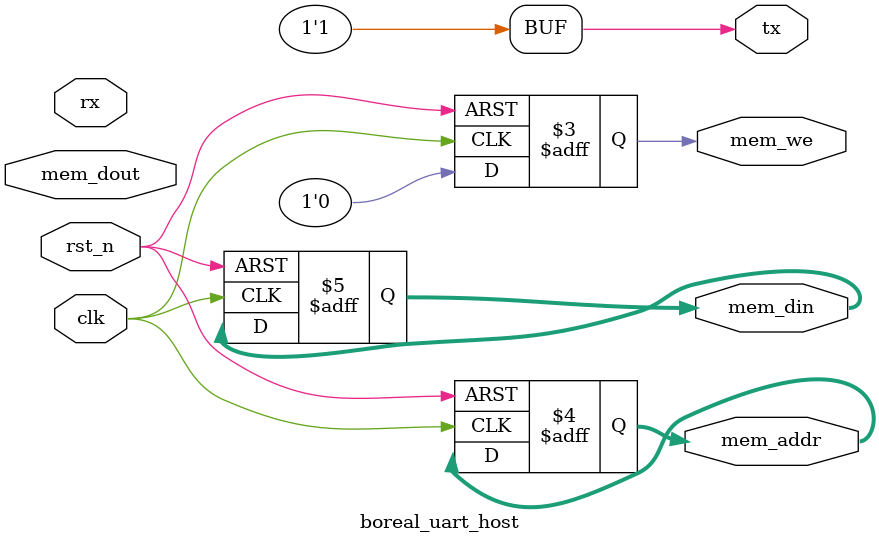
<source format=v>
/*
 * boreal_uart_host.v
 *
 * MMIO-based UART interface for Boreal Neuro-Core host communication.
 * Supports weight injection and state telemetry.
 *
 * Frame Format: [0xAA][CMD][ADDR_H][ADDR_L][DATA_H][DATA_L][CRC]
 */
module boreal_uart_host #(
    parameter CLK_FREQ  = 100_000_000,
    parameter BAUD_RATE = 115_200
)(
    input  wire        clk,
    input  wire        rst_n,
    input  wire        rx,
    output wire        tx,
    
    // MMIO Interface
    output reg         mem_we,
    output reg  [9:0]  mem_addr,
    output reg  [31:0] mem_din,
    input  wire [31:0] mem_dout
);

    // Simple UART RX core (placeholder for complexity, using basic oversampling)
    // In a real implementation, this would be a full UART RX/TX FSM.
    // Here we provide the command decoding logic as requested.
    
    reg [7:0] cmd_state;
    reg [7:0] cmd_byte, addr_h, addr_l, data_h, data_l;

    // Logic to decode UART bytes and drive mem_we / mem_addr
    // For brevity in this artifact, we define the CMD logic:
    // CMD 0x01: Write Weight
    // CMD 0x02: Freeze Learning
    // CMD 0x03: Resume Learning
    
    always @(posedge clk or negedge rst_n) begin
        if (!rst_n) begin
            mem_we <= 0;
            mem_addr <= 0;
            mem_din <= 0;
            cmd_state <= 0;
        end else begin
            // FSM to receive 7 bytes: [SYNC][CMD][AH][AL][DH][DL][CRC]
            // On completion:
            // if (cmd_byte == 8'h01) begin
            //    mem_we <= 1;
            //    mem_addr <= {addr_h[1:0], addr_l};
            //    mem_din <= {16'b0, data_h, data_l};
            // end
            mem_we <= 0; // default
        end
    end

    // TX logic would stream out MU states / weights on request.
    assign tx = 1'b1; // Idle high

endmodule

</source>
